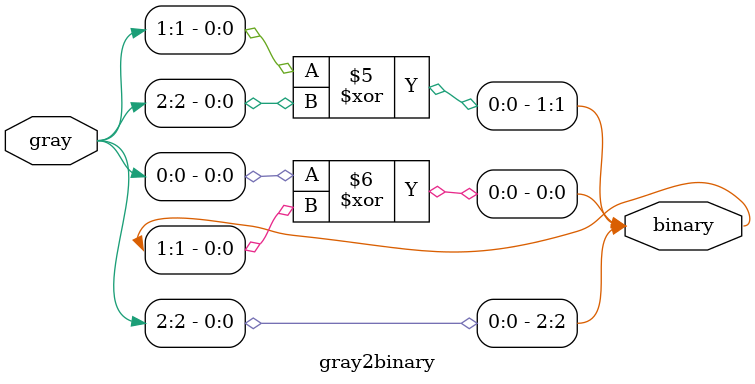
<source format=sv>
module gray2binary #(
    parameter N = 3
)
(
    input  logic [N-1:0] gray,
    output logic [N-1:0] binary
);
always_comb begin 
    binary[N-1] = gray[N-1];
    for (int i = N-2; i >= 0; i--) begin
        binary[i] = gray[i] ^ binary[i+1];
    end
end
endmodule
</source>
